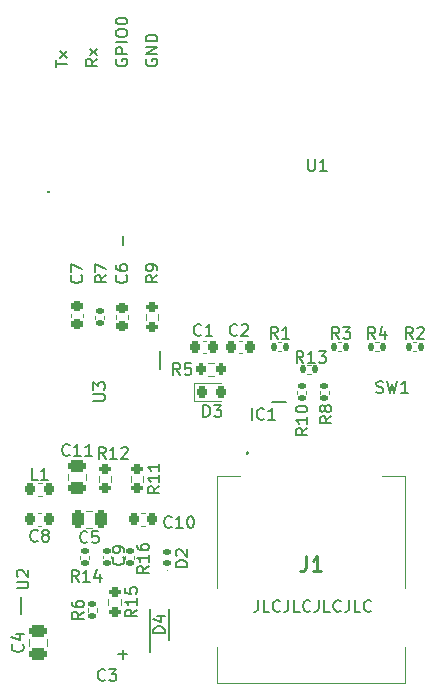
<source format=gto>
%TF.GenerationSoftware,KiCad,Pcbnew,6.0.0-d3dd2cf0fa~116~ubuntu20.04.1*%
%TF.CreationDate,2022-01-26T23:02:35+01:00*%
%TF.ProjectId,han_to_wifi_board,68616e5f-746f-45f7-9769-66695f626f61,rev?*%
%TF.SameCoordinates,Original*%
%TF.FileFunction,Legend,Top*%
%TF.FilePolarity,Positive*%
%FSLAX46Y46*%
G04 Gerber Fmt 4.6, Leading zero omitted, Abs format (unit mm)*
G04 Created by KiCad (PCBNEW 6.0.0-d3dd2cf0fa~116~ubuntu20.04.1) date 2022-01-26 23:02:35*
%MOMM*%
%LPD*%
G01*
G04 APERTURE LIST*
G04 Aperture macros list*
%AMRoundRect*
0 Rectangle with rounded corners*
0 $1 Rounding radius*
0 $2 $3 $4 $5 $6 $7 $8 $9 X,Y pos of 4 corners*
0 Add a 4 corners polygon primitive as box body*
4,1,4,$2,$3,$4,$5,$6,$7,$8,$9,$2,$3,0*
0 Add four circle primitives for the rounded corners*
1,1,$1+$1,$2,$3*
1,1,$1+$1,$4,$5*
1,1,$1+$1,$6,$7*
1,1,$1+$1,$8,$9*
0 Add four rect primitives between the rounded corners*
20,1,$1+$1,$2,$3,$4,$5,0*
20,1,$1+$1,$4,$5,$6,$7,0*
20,1,$1+$1,$6,$7,$8,$9,0*
20,1,$1+$1,$8,$9,$2,$3,0*%
G04 Aperture macros list end*
%ADD10C,0.150000*%
%ADD11C,0.254000*%
%ADD12C,0.120000*%
%ADD13C,0.100000*%
%ADD14C,0.200000*%
%ADD15RoundRect,0.140000X-0.170000X0.140000X-0.170000X-0.140000X0.170000X-0.140000X0.170000X0.140000X0*%
%ADD16RoundRect,0.225000X0.225000X0.250000X-0.225000X0.250000X-0.225000X-0.250000X0.225000X-0.250000X0*%
%ADD17RoundRect,0.250000X0.250000X0.475000X-0.250000X0.475000X-0.250000X-0.475000X0.250000X-0.475000X0*%
%ADD18RoundRect,0.250000X0.475000X-0.250000X0.475000X0.250000X-0.475000X0.250000X-0.475000X-0.250000X0*%
%ADD19RoundRect,0.250000X-0.475000X0.250000X-0.475000X-0.250000X0.475000X-0.250000X0.475000X0.250000X0*%
%ADD20RoundRect,0.147500X0.172500X-0.147500X0.172500X0.147500X-0.172500X0.147500X-0.172500X-0.147500X0*%
%ADD21RoundRect,0.218750X-0.218750X-0.256250X0.218750X-0.256250X0.218750X0.256250X-0.218750X0.256250X0*%
%ADD22RoundRect,0.135000X-0.185000X0.135000X-0.185000X-0.135000X0.185000X-0.135000X0.185000X0.135000X0*%
%ADD23RoundRect,0.135000X0.135000X0.185000X-0.135000X0.185000X-0.135000X-0.185000X0.135000X-0.185000X0*%
%ADD24RoundRect,0.135000X0.185000X-0.135000X0.185000X0.135000X-0.185000X0.135000X-0.185000X-0.135000X0*%
%ADD25RoundRect,0.135000X-0.135000X-0.185000X0.135000X-0.185000X0.135000X0.185000X-0.135000X0.185000X0*%
%ADD26RoundRect,0.200000X0.200000X0.275000X-0.200000X0.275000X-0.200000X-0.275000X0.200000X-0.275000X0*%
%ADD27RoundRect,0.200000X0.275000X-0.200000X0.275000X0.200000X-0.275000X0.200000X-0.275000X-0.200000X0*%
%ADD28RoundRect,0.200000X-0.275000X0.200000X-0.275000X-0.200000X0.275000X-0.200000X0.275000X0.200000X0*%
%ADD29R,1.270000X3.180000*%
%ADD30C,1.524000*%
%ADD31R,1.200000X0.600000*%
%ADD32R,1.450000X0.700000*%
%ADD33R,2.500000X1.000000*%
%ADD34R,1.000000X1.800000*%
%ADD35R,0.650000X1.550000*%
%ADD36RoundRect,0.225000X-0.225000X-0.250000X0.225000X-0.250000X0.225000X0.250000X-0.225000X0.250000X0*%
%ADD37RoundRect,0.225000X-0.250000X0.225000X-0.250000X-0.225000X0.250000X-0.225000X0.250000X0.225000X0*%
%ADD38RoundRect,0.225000X0.250000X-0.225000X0.250000X0.225000X-0.250000X0.225000X-0.250000X-0.225000X0*%
%ADD39R,0.300000X1.400000*%
%ADD40R,2.947000X1.753000*%
%ADD41R,0.800000X1.150000*%
%ADD42R,2.240000X3.510000*%
%ADD43R,0.760000X4.750000*%
G04 APERTURE END LIST*
D10*
X122690000Y-98200595D02*
X122642380Y-98295833D01*
X122642380Y-98438690D01*
X122690000Y-98581547D01*
X122785238Y-98676785D01*
X122880476Y-98724404D01*
X123070952Y-98772023D01*
X123213809Y-98772023D01*
X123404285Y-98724404D01*
X123499523Y-98676785D01*
X123594761Y-98581547D01*
X123642380Y-98438690D01*
X123642380Y-98343452D01*
X123594761Y-98200595D01*
X123547142Y-98152976D01*
X123213809Y-98152976D01*
X123213809Y-98343452D01*
X123642380Y-97724404D02*
X122642380Y-97724404D01*
X123642380Y-97152976D01*
X122642380Y-97152976D01*
X123642380Y-96676785D02*
X122642380Y-96676785D01*
X122642380Y-96438690D01*
X122690000Y-96295833D01*
X122785238Y-96200595D01*
X122880476Y-96152976D01*
X123070952Y-96105357D01*
X123213809Y-96105357D01*
X123404285Y-96152976D01*
X123499523Y-96200595D01*
X123594761Y-96295833D01*
X123642380Y-96438690D01*
X123642380Y-96676785D01*
X120150000Y-98200595D02*
X120102380Y-98295833D01*
X120102380Y-98438690D01*
X120150000Y-98581547D01*
X120245238Y-98676785D01*
X120340476Y-98724404D01*
X120530952Y-98772023D01*
X120673809Y-98772023D01*
X120864285Y-98724404D01*
X120959523Y-98676785D01*
X121054761Y-98581547D01*
X121102380Y-98438690D01*
X121102380Y-98343452D01*
X121054761Y-98200595D01*
X121007142Y-98152976D01*
X120673809Y-98152976D01*
X120673809Y-98343452D01*
X121102380Y-97724404D02*
X120102380Y-97724404D01*
X120102380Y-97343452D01*
X120150000Y-97248214D01*
X120197619Y-97200595D01*
X120292857Y-97152976D01*
X120435714Y-97152976D01*
X120530952Y-97200595D01*
X120578571Y-97248214D01*
X120626190Y-97343452D01*
X120626190Y-97724404D01*
X121102380Y-96724404D02*
X120102380Y-96724404D01*
X120102380Y-96057738D02*
X120102380Y-95867261D01*
X120150000Y-95772023D01*
X120245238Y-95676785D01*
X120435714Y-95629166D01*
X120769047Y-95629166D01*
X120959523Y-95676785D01*
X121054761Y-95772023D01*
X121102380Y-95867261D01*
X121102380Y-96057738D01*
X121054761Y-96152976D01*
X120959523Y-96248214D01*
X120769047Y-96295833D01*
X120435714Y-96295833D01*
X120245238Y-96248214D01*
X120150000Y-96152976D01*
X120102380Y-96057738D01*
X120102380Y-95010119D02*
X120102380Y-94914880D01*
X120150000Y-94819642D01*
X120197619Y-94772023D01*
X120292857Y-94724404D01*
X120483333Y-94676785D01*
X120721428Y-94676785D01*
X120911904Y-94724404D01*
X121007142Y-94772023D01*
X121054761Y-94819642D01*
X121102380Y-94914880D01*
X121102380Y-95010119D01*
X121054761Y-95105357D01*
X121007142Y-95152976D01*
X120911904Y-95200595D01*
X120721428Y-95248214D01*
X120483333Y-95248214D01*
X120292857Y-95200595D01*
X120197619Y-95152976D01*
X120150000Y-95105357D01*
X120102380Y-95010119D01*
X118562380Y-98152976D02*
X118086190Y-98486309D01*
X118562380Y-98724404D02*
X117562380Y-98724404D01*
X117562380Y-98343452D01*
X117610000Y-98248214D01*
X117657619Y-98200595D01*
X117752857Y-98152976D01*
X117895714Y-98152976D01*
X117990952Y-98200595D01*
X118038571Y-98248214D01*
X118086190Y-98343452D01*
X118086190Y-98724404D01*
X118562380Y-97819642D02*
X117895714Y-97295833D01*
X117895714Y-97819642D02*
X118562380Y-97295833D01*
X115022380Y-98867261D02*
X115022380Y-98295833D01*
X116022380Y-98581547D02*
X115022380Y-98581547D01*
X116022380Y-98057738D02*
X115355714Y-97533928D01*
X115355714Y-98057738D02*
X116022380Y-97533928D01*
X132159952Y-143978380D02*
X132159952Y-144692666D01*
X132112333Y-144835523D01*
X132017095Y-144930761D01*
X131874238Y-144978380D01*
X131779000Y-144978380D01*
X133112333Y-144978380D02*
X132636142Y-144978380D01*
X132636142Y-143978380D01*
X134017095Y-144883142D02*
X133969476Y-144930761D01*
X133826619Y-144978380D01*
X133731380Y-144978380D01*
X133588523Y-144930761D01*
X133493285Y-144835523D01*
X133445666Y-144740285D01*
X133398047Y-144549809D01*
X133398047Y-144406952D01*
X133445666Y-144216476D01*
X133493285Y-144121238D01*
X133588523Y-144026000D01*
X133731380Y-143978380D01*
X133826619Y-143978380D01*
X133969476Y-144026000D01*
X134017095Y-144073619D01*
X134731380Y-143978380D02*
X134731380Y-144692666D01*
X134683761Y-144835523D01*
X134588523Y-144930761D01*
X134445666Y-144978380D01*
X134350428Y-144978380D01*
X135683761Y-144978380D02*
X135207571Y-144978380D01*
X135207571Y-143978380D01*
X136588523Y-144883142D02*
X136540904Y-144930761D01*
X136398047Y-144978380D01*
X136302809Y-144978380D01*
X136159952Y-144930761D01*
X136064714Y-144835523D01*
X136017095Y-144740285D01*
X135969476Y-144549809D01*
X135969476Y-144406952D01*
X136017095Y-144216476D01*
X136064714Y-144121238D01*
X136159952Y-144026000D01*
X136302809Y-143978380D01*
X136398047Y-143978380D01*
X136540904Y-144026000D01*
X136588523Y-144073619D01*
X137302809Y-143978380D02*
X137302809Y-144692666D01*
X137255190Y-144835523D01*
X137159952Y-144930761D01*
X137017095Y-144978380D01*
X136921857Y-144978380D01*
X138255190Y-144978380D02*
X137779000Y-144978380D01*
X137779000Y-143978380D01*
X139159952Y-144883142D02*
X139112333Y-144930761D01*
X138969476Y-144978380D01*
X138874238Y-144978380D01*
X138731380Y-144930761D01*
X138636142Y-144835523D01*
X138588523Y-144740285D01*
X138540904Y-144549809D01*
X138540904Y-144406952D01*
X138588523Y-144216476D01*
X138636142Y-144121238D01*
X138731380Y-144026000D01*
X138874238Y-143978380D01*
X138969476Y-143978380D01*
X139112333Y-144026000D01*
X139159952Y-144073619D01*
X139874238Y-143978380D02*
X139874238Y-144692666D01*
X139826619Y-144835523D01*
X139731380Y-144930761D01*
X139588523Y-144978380D01*
X139493285Y-144978380D01*
X140826619Y-144978380D02*
X140350428Y-144978380D01*
X140350428Y-143978380D01*
X141731380Y-144883142D02*
X141683761Y-144930761D01*
X141540904Y-144978380D01*
X141445666Y-144978380D01*
X141302809Y-144930761D01*
X141207571Y-144835523D01*
X141159952Y-144740285D01*
X141112333Y-144549809D01*
X141112333Y-144406952D01*
X141159952Y-144216476D01*
X141207571Y-144121238D01*
X141302809Y-144026000D01*
X141445666Y-143978380D01*
X141540904Y-143978380D01*
X141683761Y-144026000D01*
X141731380Y-144073619D01*
%TO.C,C9*%
X120753142Y-140374666D02*
X120800761Y-140422285D01*
X120848380Y-140565142D01*
X120848380Y-140660380D01*
X120800761Y-140803238D01*
X120705523Y-140898476D01*
X120610285Y-140946095D01*
X120419809Y-140993714D01*
X120276952Y-140993714D01*
X120086476Y-140946095D01*
X119991238Y-140898476D01*
X119896000Y-140803238D01*
X119848380Y-140660380D01*
X119848380Y-140565142D01*
X119896000Y-140422285D01*
X119943619Y-140374666D01*
X120848380Y-139898476D02*
X120848380Y-139708000D01*
X120800761Y-139612761D01*
X120753142Y-139565142D01*
X120610285Y-139469904D01*
X120419809Y-139422285D01*
X120038857Y-139422285D01*
X119943619Y-139469904D01*
X119896000Y-139517523D01*
X119848380Y-139612761D01*
X119848380Y-139803238D01*
X119896000Y-139898476D01*
X119943619Y-139946095D01*
X120038857Y-139993714D01*
X120276952Y-139993714D01*
X120372190Y-139946095D01*
X120419809Y-139898476D01*
X120467428Y-139803238D01*
X120467428Y-139612761D01*
X120419809Y-139517523D01*
X120372190Y-139469904D01*
X120276952Y-139422285D01*
%TO.C,C8*%
X113498333Y-138947142D02*
X113450714Y-138994761D01*
X113307857Y-139042380D01*
X113212619Y-139042380D01*
X113069761Y-138994761D01*
X112974523Y-138899523D01*
X112926904Y-138804285D01*
X112879285Y-138613809D01*
X112879285Y-138470952D01*
X112926904Y-138280476D01*
X112974523Y-138185238D01*
X113069761Y-138090000D01*
X113212619Y-138042380D01*
X113307857Y-138042380D01*
X113450714Y-138090000D01*
X113498333Y-138137619D01*
X114069761Y-138470952D02*
X113974523Y-138423333D01*
X113926904Y-138375714D01*
X113879285Y-138280476D01*
X113879285Y-138232857D01*
X113926904Y-138137619D01*
X113974523Y-138090000D01*
X114069761Y-138042380D01*
X114260238Y-138042380D01*
X114355476Y-138090000D01*
X114403095Y-138137619D01*
X114450714Y-138232857D01*
X114450714Y-138280476D01*
X114403095Y-138375714D01*
X114355476Y-138423333D01*
X114260238Y-138470952D01*
X114069761Y-138470952D01*
X113974523Y-138518571D01*
X113926904Y-138566190D01*
X113879285Y-138661428D01*
X113879285Y-138851904D01*
X113926904Y-138947142D01*
X113974523Y-138994761D01*
X114069761Y-139042380D01*
X114260238Y-139042380D01*
X114355476Y-138994761D01*
X114403095Y-138947142D01*
X114450714Y-138851904D01*
X114450714Y-138661428D01*
X114403095Y-138566190D01*
X114355476Y-138518571D01*
X114260238Y-138470952D01*
%TO.C,C5*%
X117710833Y-139041142D02*
X117663214Y-139088761D01*
X117520357Y-139136380D01*
X117425119Y-139136380D01*
X117282261Y-139088761D01*
X117187023Y-138993523D01*
X117139404Y-138898285D01*
X117091785Y-138707809D01*
X117091785Y-138564952D01*
X117139404Y-138374476D01*
X117187023Y-138279238D01*
X117282261Y-138184000D01*
X117425119Y-138136380D01*
X117520357Y-138136380D01*
X117663214Y-138184000D01*
X117710833Y-138231619D01*
X118615595Y-138136380D02*
X118139404Y-138136380D01*
X118091785Y-138612571D01*
X118139404Y-138564952D01*
X118234642Y-138517333D01*
X118472738Y-138517333D01*
X118567976Y-138564952D01*
X118615595Y-138612571D01*
X118663214Y-138707809D01*
X118663214Y-138945904D01*
X118615595Y-139041142D01*
X118567976Y-139088761D01*
X118472738Y-139136380D01*
X118234642Y-139136380D01*
X118139404Y-139088761D01*
X118091785Y-139041142D01*
%TO.C,C4*%
X112215142Y-147740666D02*
X112262761Y-147788285D01*
X112310380Y-147931142D01*
X112310380Y-148026380D01*
X112262761Y-148169238D01*
X112167523Y-148264476D01*
X112072285Y-148312095D01*
X111881809Y-148359714D01*
X111738952Y-148359714D01*
X111548476Y-148312095D01*
X111453238Y-148264476D01*
X111358000Y-148169238D01*
X111310380Y-148026380D01*
X111310380Y-147931142D01*
X111358000Y-147788285D01*
X111405619Y-147740666D01*
X111643714Y-146883523D02*
X112310380Y-146883523D01*
X111262761Y-147121619D02*
X111977047Y-147359714D01*
X111977047Y-146740666D01*
%TO.C,C11*%
X116197142Y-131675142D02*
X116149523Y-131722761D01*
X116006666Y-131770380D01*
X115911428Y-131770380D01*
X115768571Y-131722761D01*
X115673333Y-131627523D01*
X115625714Y-131532285D01*
X115578095Y-131341809D01*
X115578095Y-131198952D01*
X115625714Y-131008476D01*
X115673333Y-130913238D01*
X115768571Y-130818000D01*
X115911428Y-130770380D01*
X116006666Y-130770380D01*
X116149523Y-130818000D01*
X116197142Y-130865619D01*
X117149523Y-131770380D02*
X116578095Y-131770380D01*
X116863809Y-131770380D02*
X116863809Y-130770380D01*
X116768571Y-130913238D01*
X116673333Y-131008476D01*
X116578095Y-131056095D01*
X118101904Y-131770380D02*
X117530476Y-131770380D01*
X117816190Y-131770380D02*
X117816190Y-130770380D01*
X117720952Y-130913238D01*
X117625714Y-131008476D01*
X117530476Y-131056095D01*
%TO.C,D2*%
X126182380Y-141200095D02*
X125182380Y-141200095D01*
X125182380Y-140962000D01*
X125230000Y-140819142D01*
X125325238Y-140723904D01*
X125420476Y-140676285D01*
X125610952Y-140628666D01*
X125753809Y-140628666D01*
X125944285Y-140676285D01*
X126039523Y-140723904D01*
X126134761Y-140819142D01*
X126182380Y-140962000D01*
X126182380Y-141200095D01*
X125277619Y-140247714D02*
X125230000Y-140200095D01*
X125182380Y-140104857D01*
X125182380Y-139866761D01*
X125230000Y-139771523D01*
X125277619Y-139723904D01*
X125372857Y-139676285D01*
X125468095Y-139676285D01*
X125610952Y-139723904D01*
X126182380Y-140295333D01*
X126182380Y-139676285D01*
%TO.C,D3*%
X127531904Y-128468380D02*
X127531904Y-127468380D01*
X127770000Y-127468380D01*
X127912857Y-127516000D01*
X128008095Y-127611238D01*
X128055714Y-127706476D01*
X128103333Y-127896952D01*
X128103333Y-128039809D01*
X128055714Y-128230285D01*
X128008095Y-128325523D01*
X127912857Y-128420761D01*
X127770000Y-128468380D01*
X127531904Y-128468380D01*
X128436666Y-127468380D02*
X129055714Y-127468380D01*
X128722380Y-127849333D01*
X128865238Y-127849333D01*
X128960476Y-127896952D01*
X129008095Y-127944571D01*
X129055714Y-128039809D01*
X129055714Y-128277904D01*
X129008095Y-128373142D01*
X128960476Y-128420761D01*
X128865238Y-128468380D01*
X128579523Y-128468380D01*
X128484285Y-128420761D01*
X128436666Y-128373142D01*
%TO.C,R16*%
X122907380Y-141104857D02*
X122431190Y-141438190D01*
X122907380Y-141676285D02*
X121907380Y-141676285D01*
X121907380Y-141295333D01*
X121955000Y-141200095D01*
X122002619Y-141152476D01*
X122097857Y-141104857D01*
X122240714Y-141104857D01*
X122335952Y-141152476D01*
X122383571Y-141200095D01*
X122431190Y-141295333D01*
X122431190Y-141676285D01*
X122907380Y-140152476D02*
X122907380Y-140723904D01*
X122907380Y-140438190D02*
X121907380Y-140438190D01*
X122050238Y-140533428D01*
X122145476Y-140628666D01*
X122193095Y-140723904D01*
X121907380Y-139295333D02*
X121907380Y-139485809D01*
X121955000Y-139581047D01*
X122002619Y-139628666D01*
X122145476Y-139723904D01*
X122335952Y-139771523D01*
X122716904Y-139771523D01*
X122812142Y-139723904D01*
X122859761Y-139676285D01*
X122907380Y-139581047D01*
X122907380Y-139390571D01*
X122859761Y-139295333D01*
X122812142Y-139247714D01*
X122716904Y-139200095D01*
X122478809Y-139200095D01*
X122383571Y-139247714D01*
X122335952Y-139295333D01*
X122288333Y-139390571D01*
X122288333Y-139581047D01*
X122335952Y-139676285D01*
X122383571Y-139723904D01*
X122478809Y-139771523D01*
%TO.C,R14*%
X116959142Y-142438380D02*
X116625809Y-141962190D01*
X116387714Y-142438380D02*
X116387714Y-141438380D01*
X116768666Y-141438380D01*
X116863904Y-141486000D01*
X116911523Y-141533619D01*
X116959142Y-141628857D01*
X116959142Y-141771714D01*
X116911523Y-141866952D01*
X116863904Y-141914571D01*
X116768666Y-141962190D01*
X116387714Y-141962190D01*
X117911523Y-142438380D02*
X117340095Y-142438380D01*
X117625809Y-142438380D02*
X117625809Y-141438380D01*
X117530571Y-141581238D01*
X117435333Y-141676476D01*
X117340095Y-141724095D01*
X118768666Y-141771714D02*
X118768666Y-142438380D01*
X118530571Y-141390761D02*
X118292476Y-142105047D01*
X118911523Y-142105047D01*
%TO.C,R13*%
X135998283Y-123896380D02*
X135664950Y-123420190D01*
X135426855Y-123896380D02*
X135426855Y-122896380D01*
X135807807Y-122896380D01*
X135903045Y-122944000D01*
X135950664Y-122991619D01*
X135998283Y-123086857D01*
X135998283Y-123229714D01*
X135950664Y-123324952D01*
X135903045Y-123372571D01*
X135807807Y-123420190D01*
X135426855Y-123420190D01*
X136950664Y-123896380D02*
X136379236Y-123896380D01*
X136664950Y-123896380D02*
X136664950Y-122896380D01*
X136569712Y-123039238D01*
X136474474Y-123134476D01*
X136379236Y-123182095D01*
X137283998Y-122896380D02*
X137903045Y-122896380D01*
X137569712Y-123277333D01*
X137712569Y-123277333D01*
X137807807Y-123324952D01*
X137855426Y-123372571D01*
X137903045Y-123467809D01*
X137903045Y-123705904D01*
X137855426Y-123801142D01*
X137807807Y-123848761D01*
X137712569Y-123896380D01*
X137426855Y-123896380D01*
X137331617Y-123848761D01*
X137283998Y-123801142D01*
%TO.C,R10*%
X136342380Y-129420857D02*
X135866190Y-129754190D01*
X136342380Y-129992285D02*
X135342380Y-129992285D01*
X135342380Y-129611333D01*
X135390000Y-129516095D01*
X135437619Y-129468476D01*
X135532857Y-129420857D01*
X135675714Y-129420857D01*
X135770952Y-129468476D01*
X135818571Y-129516095D01*
X135866190Y-129611333D01*
X135866190Y-129992285D01*
X136342380Y-128468476D02*
X136342380Y-129039904D01*
X136342380Y-128754190D02*
X135342380Y-128754190D01*
X135485238Y-128849428D01*
X135580476Y-128944666D01*
X135628095Y-129039904D01*
X135342380Y-127849428D02*
X135342380Y-127754190D01*
X135390000Y-127658952D01*
X135437619Y-127611333D01*
X135532857Y-127563714D01*
X135723333Y-127516095D01*
X135961428Y-127516095D01*
X136151904Y-127563714D01*
X136247142Y-127611333D01*
X136294761Y-127658952D01*
X136342380Y-127754190D01*
X136342380Y-127849428D01*
X136294761Y-127944666D01*
X136247142Y-127992285D01*
X136151904Y-128039904D01*
X135961428Y-128087523D01*
X135723333Y-128087523D01*
X135532857Y-128039904D01*
X135437619Y-127992285D01*
X135390000Y-127944666D01*
X135342380Y-127849428D01*
%TO.C,R7*%
X119324380Y-116498666D02*
X118848190Y-116832000D01*
X119324380Y-117070095D02*
X118324380Y-117070095D01*
X118324380Y-116689142D01*
X118372000Y-116593904D01*
X118419619Y-116546285D01*
X118514857Y-116498666D01*
X118657714Y-116498666D01*
X118752952Y-116546285D01*
X118800571Y-116593904D01*
X118848190Y-116689142D01*
X118848190Y-117070095D01*
X118324380Y-116165333D02*
X118324380Y-115498666D01*
X119324380Y-115927238D01*
%TO.C,R6*%
X117392380Y-144984166D02*
X116916190Y-145317500D01*
X117392380Y-145555595D02*
X116392380Y-145555595D01*
X116392380Y-145174642D01*
X116440000Y-145079404D01*
X116487619Y-145031785D01*
X116582857Y-144984166D01*
X116725714Y-144984166D01*
X116820952Y-145031785D01*
X116868571Y-145079404D01*
X116916190Y-145174642D01*
X116916190Y-145555595D01*
X116392380Y-144127023D02*
X116392380Y-144317500D01*
X116440000Y-144412738D01*
X116487619Y-144460357D01*
X116630476Y-144555595D01*
X116820952Y-144603214D01*
X117201904Y-144603214D01*
X117297142Y-144555595D01*
X117344761Y-144507976D01*
X117392380Y-144412738D01*
X117392380Y-144222261D01*
X117344761Y-144127023D01*
X117297142Y-144079404D01*
X117201904Y-144031785D01*
X116963809Y-144031785D01*
X116868571Y-144079404D01*
X116820952Y-144127023D01*
X116773333Y-144222261D01*
X116773333Y-144412738D01*
X116820952Y-144507976D01*
X116868571Y-144555595D01*
X116963809Y-144603214D01*
%TO.C,R4*%
X142073333Y-121864380D02*
X141740000Y-121388190D01*
X141501904Y-121864380D02*
X141501904Y-120864380D01*
X141882857Y-120864380D01*
X141978095Y-120912000D01*
X142025714Y-120959619D01*
X142073333Y-121054857D01*
X142073333Y-121197714D01*
X142025714Y-121292952D01*
X141978095Y-121340571D01*
X141882857Y-121388190D01*
X141501904Y-121388190D01*
X142930476Y-121197714D02*
X142930476Y-121864380D01*
X142692380Y-120816761D02*
X142454285Y-121531047D01*
X143073333Y-121531047D01*
%TO.C,R1*%
X133818333Y-121837380D02*
X133485000Y-121361190D01*
X133246904Y-121837380D02*
X133246904Y-120837380D01*
X133627857Y-120837380D01*
X133723095Y-120885000D01*
X133770714Y-120932619D01*
X133818333Y-121027857D01*
X133818333Y-121170714D01*
X133770714Y-121265952D01*
X133723095Y-121313571D01*
X133627857Y-121361190D01*
X133246904Y-121361190D01*
X134770714Y-121837380D02*
X134199285Y-121837380D01*
X134485000Y-121837380D02*
X134485000Y-120837380D01*
X134389761Y-120980238D01*
X134294523Y-121075476D01*
X134199285Y-121123095D01*
%TO.C,R2*%
X145248333Y-121864380D02*
X144915000Y-121388190D01*
X144676904Y-121864380D02*
X144676904Y-120864380D01*
X145057857Y-120864380D01*
X145153095Y-120912000D01*
X145200714Y-120959619D01*
X145248333Y-121054857D01*
X145248333Y-121197714D01*
X145200714Y-121292952D01*
X145153095Y-121340571D01*
X145057857Y-121388190D01*
X144676904Y-121388190D01*
X145629285Y-120959619D02*
X145676904Y-120912000D01*
X145772142Y-120864380D01*
X146010238Y-120864380D01*
X146105476Y-120912000D01*
X146153095Y-120959619D01*
X146200714Y-121054857D01*
X146200714Y-121150095D01*
X146153095Y-121292952D01*
X145581666Y-121864380D01*
X146200714Y-121864380D01*
%TO.C,R3*%
X139025333Y-121864380D02*
X138692000Y-121388190D01*
X138453904Y-121864380D02*
X138453904Y-120864380D01*
X138834857Y-120864380D01*
X138930095Y-120912000D01*
X138977714Y-120959619D01*
X139025333Y-121054857D01*
X139025333Y-121197714D01*
X138977714Y-121292952D01*
X138930095Y-121340571D01*
X138834857Y-121388190D01*
X138453904Y-121388190D01*
X139358666Y-120864380D02*
X139977714Y-120864380D01*
X139644380Y-121245333D01*
X139787238Y-121245333D01*
X139882476Y-121292952D01*
X139930095Y-121340571D01*
X139977714Y-121435809D01*
X139977714Y-121673904D01*
X139930095Y-121769142D01*
X139882476Y-121816761D01*
X139787238Y-121864380D01*
X139501523Y-121864380D01*
X139406285Y-121816761D01*
X139358666Y-121769142D01*
%TO.C,R8*%
X138374380Y-128436666D02*
X137898190Y-128770000D01*
X138374380Y-129008095D02*
X137374380Y-129008095D01*
X137374380Y-128627142D01*
X137422000Y-128531904D01*
X137469619Y-128484285D01*
X137564857Y-128436666D01*
X137707714Y-128436666D01*
X137802952Y-128484285D01*
X137850571Y-128531904D01*
X137898190Y-128627142D01*
X137898190Y-129008095D01*
X137802952Y-127865238D02*
X137755333Y-127960476D01*
X137707714Y-128008095D01*
X137612476Y-128055714D01*
X137564857Y-128055714D01*
X137469619Y-128008095D01*
X137422000Y-127960476D01*
X137374380Y-127865238D01*
X137374380Y-127674761D01*
X137422000Y-127579523D01*
X137469619Y-127531904D01*
X137564857Y-127484285D01*
X137612476Y-127484285D01*
X137707714Y-127531904D01*
X137755333Y-127579523D01*
X137802952Y-127674761D01*
X137802952Y-127865238D01*
X137850571Y-127960476D01*
X137898190Y-128008095D01*
X137993428Y-128055714D01*
X138183904Y-128055714D01*
X138279142Y-128008095D01*
X138326761Y-127960476D01*
X138374380Y-127865238D01*
X138374380Y-127674761D01*
X138326761Y-127579523D01*
X138279142Y-127531904D01*
X138183904Y-127484285D01*
X137993428Y-127484285D01*
X137898190Y-127531904D01*
X137850571Y-127579523D01*
X137802952Y-127674761D01*
%TO.C,R5*%
X125563333Y-124912380D02*
X125230000Y-124436190D01*
X124991904Y-124912380D02*
X124991904Y-123912380D01*
X125372857Y-123912380D01*
X125468095Y-123960000D01*
X125515714Y-124007619D01*
X125563333Y-124102857D01*
X125563333Y-124245714D01*
X125515714Y-124340952D01*
X125468095Y-124388571D01*
X125372857Y-124436190D01*
X124991904Y-124436190D01*
X126468095Y-123912380D02*
X125991904Y-123912380D01*
X125944285Y-124388571D01*
X125991904Y-124340952D01*
X126087142Y-124293333D01*
X126325238Y-124293333D01*
X126420476Y-124340952D01*
X126468095Y-124388571D01*
X126515714Y-124483809D01*
X126515714Y-124721904D01*
X126468095Y-124817142D01*
X126420476Y-124864761D01*
X126325238Y-124912380D01*
X126087142Y-124912380D01*
X125991904Y-124864761D01*
X125944285Y-124817142D01*
%TO.C,R9*%
X123642380Y-116498666D02*
X123166190Y-116832000D01*
X123642380Y-117070095D02*
X122642380Y-117070095D01*
X122642380Y-116689142D01*
X122690000Y-116593904D01*
X122737619Y-116546285D01*
X122832857Y-116498666D01*
X122975714Y-116498666D01*
X123070952Y-116546285D01*
X123118571Y-116593904D01*
X123166190Y-116689142D01*
X123166190Y-117070095D01*
X123642380Y-116022476D02*
X123642380Y-115832000D01*
X123594761Y-115736761D01*
X123547142Y-115689142D01*
X123404285Y-115593904D01*
X123213809Y-115546285D01*
X122832857Y-115546285D01*
X122737619Y-115593904D01*
X122690000Y-115641523D01*
X122642380Y-115736761D01*
X122642380Y-115927238D01*
X122690000Y-116022476D01*
X122737619Y-116070095D01*
X122832857Y-116117714D01*
X123070952Y-116117714D01*
X123166190Y-116070095D01*
X123213809Y-116022476D01*
X123261428Y-115927238D01*
X123261428Y-115736761D01*
X123213809Y-115641523D01*
X123166190Y-115593904D01*
X123070952Y-115546285D01*
%TO.C,R11*%
X123802380Y-134350357D02*
X123326190Y-134683690D01*
X123802380Y-134921785D02*
X122802380Y-134921785D01*
X122802380Y-134540833D01*
X122850000Y-134445595D01*
X122897619Y-134397976D01*
X122992857Y-134350357D01*
X123135714Y-134350357D01*
X123230952Y-134397976D01*
X123278571Y-134445595D01*
X123326190Y-134540833D01*
X123326190Y-134921785D01*
X123802380Y-133397976D02*
X123802380Y-133969404D01*
X123802380Y-133683690D02*
X122802380Y-133683690D01*
X122945238Y-133778928D01*
X123040476Y-133874166D01*
X123088095Y-133969404D01*
X123802380Y-132445595D02*
X123802380Y-133017023D01*
X123802380Y-132731309D02*
X122802380Y-132731309D01*
X122945238Y-132826547D01*
X123040476Y-132921785D01*
X123088095Y-133017023D01*
%TO.C,R12*%
X119245142Y-132024380D02*
X118911809Y-131548190D01*
X118673714Y-132024380D02*
X118673714Y-131024380D01*
X119054666Y-131024380D01*
X119149904Y-131072000D01*
X119197523Y-131119619D01*
X119245142Y-131214857D01*
X119245142Y-131357714D01*
X119197523Y-131452952D01*
X119149904Y-131500571D01*
X119054666Y-131548190D01*
X118673714Y-131548190D01*
X120197523Y-132024380D02*
X119626095Y-132024380D01*
X119911809Y-132024380D02*
X119911809Y-131024380D01*
X119816571Y-131167238D01*
X119721333Y-131262476D01*
X119626095Y-131310095D01*
X120578476Y-131119619D02*
X120626095Y-131072000D01*
X120721333Y-131024380D01*
X120959428Y-131024380D01*
X121054666Y-131072000D01*
X121102285Y-131119619D01*
X121149904Y-131214857D01*
X121149904Y-131310095D01*
X121102285Y-131452952D01*
X120530857Y-132024380D01*
X121149904Y-132024380D01*
%TO.C,R15*%
X121897380Y-144787857D02*
X121421190Y-145121190D01*
X121897380Y-145359285D02*
X120897380Y-145359285D01*
X120897380Y-144978333D01*
X120945000Y-144883095D01*
X120992619Y-144835476D01*
X121087857Y-144787857D01*
X121230714Y-144787857D01*
X121325952Y-144835476D01*
X121373571Y-144883095D01*
X121421190Y-144978333D01*
X121421190Y-145359285D01*
X121897380Y-143835476D02*
X121897380Y-144406904D01*
X121897380Y-144121190D02*
X120897380Y-144121190D01*
X121040238Y-144216428D01*
X121135476Y-144311666D01*
X121183095Y-144406904D01*
X120897380Y-142930714D02*
X120897380Y-143406904D01*
X121373571Y-143454523D01*
X121325952Y-143406904D01*
X121278333Y-143311666D01*
X121278333Y-143073571D01*
X121325952Y-142978333D01*
X121373571Y-142930714D01*
X121468809Y-142883095D01*
X121706904Y-142883095D01*
X121802142Y-142930714D01*
X121849761Y-142978333D01*
X121897380Y-143073571D01*
X121897380Y-143311666D01*
X121849761Y-143406904D01*
X121802142Y-143454523D01*
%TO.C,C3*%
X119213333Y-150725142D02*
X119165714Y-150772761D01*
X119022857Y-150820380D01*
X118927619Y-150820380D01*
X118784761Y-150772761D01*
X118689523Y-150677523D01*
X118641904Y-150582285D01*
X118594285Y-150391809D01*
X118594285Y-150248952D01*
X118641904Y-150058476D01*
X118689523Y-149963238D01*
X118784761Y-149868000D01*
X118927619Y-149820380D01*
X119022857Y-149820380D01*
X119165714Y-149868000D01*
X119213333Y-149915619D01*
X119546666Y-149820380D02*
X120165714Y-149820380D01*
X119832380Y-150201333D01*
X119975238Y-150201333D01*
X120070476Y-150248952D01*
X120118095Y-150296571D01*
X120165714Y-150391809D01*
X120165714Y-150629904D01*
X120118095Y-150725142D01*
X120070476Y-150772761D01*
X119975238Y-150820380D01*
X119689523Y-150820380D01*
X119594285Y-150772761D01*
X119546666Y-150725142D01*
X120721428Y-148970952D02*
X120721428Y-148209047D01*
X121102380Y-148590000D02*
X120340476Y-148590000D01*
X120721428Y-113918952D02*
X120721428Y-113157047D01*
%TO.C,IC1*%
X131611809Y-128722380D02*
X131611809Y-127722380D01*
X132659428Y-128627142D02*
X132611809Y-128674761D01*
X132468952Y-128722380D01*
X132373714Y-128722380D01*
X132230857Y-128674761D01*
X132135619Y-128579523D01*
X132088000Y-128484285D01*
X132040380Y-128293809D01*
X132040380Y-128150952D01*
X132088000Y-127960476D01*
X132135619Y-127865238D01*
X132230857Y-127770000D01*
X132373714Y-127722380D01*
X132468952Y-127722380D01*
X132611809Y-127770000D01*
X132659428Y-127817619D01*
X133611809Y-128722380D02*
X133040380Y-128722380D01*
X133326095Y-128722380D02*
X133326095Y-127722380D01*
X133230857Y-127865238D01*
X133135619Y-127960476D01*
X133040380Y-128008095D01*
%TO.C,SW1*%
X142176666Y-126388761D02*
X142319523Y-126436380D01*
X142557619Y-126436380D01*
X142652857Y-126388761D01*
X142700476Y-126341142D01*
X142748095Y-126245904D01*
X142748095Y-126150666D01*
X142700476Y-126055428D01*
X142652857Y-126007809D01*
X142557619Y-125960190D01*
X142367142Y-125912571D01*
X142271904Y-125864952D01*
X142224285Y-125817333D01*
X142176666Y-125722095D01*
X142176666Y-125626857D01*
X142224285Y-125531619D01*
X142271904Y-125484000D01*
X142367142Y-125436380D01*
X142605238Y-125436380D01*
X142748095Y-125484000D01*
X143081428Y-125436380D02*
X143319523Y-126436380D01*
X143510000Y-125722095D01*
X143700476Y-126436380D01*
X143938571Y-125436380D01*
X144843333Y-126436380D02*
X144271904Y-126436380D01*
X144557619Y-126436380D02*
X144557619Y-125436380D01*
X144462380Y-125579238D01*
X144367142Y-125674476D01*
X144271904Y-125722095D01*
%TO.C,U1*%
X136398095Y-106640380D02*
X136398095Y-107449904D01*
X136445714Y-107545142D01*
X136493333Y-107592761D01*
X136588571Y-107640380D01*
X136779047Y-107640380D01*
X136874285Y-107592761D01*
X136921904Y-107545142D01*
X136969523Y-107449904D01*
X136969523Y-106640380D01*
X137969523Y-107640380D02*
X137398095Y-107640380D01*
X137683809Y-107640380D02*
X137683809Y-106640380D01*
X137588571Y-106783238D01*
X137493333Y-106878476D01*
X137398095Y-106926095D01*
%TO.C,U3*%
X118197380Y-127126904D02*
X119006904Y-127126904D01*
X119102142Y-127079285D01*
X119149761Y-127031666D01*
X119197380Y-126936428D01*
X119197380Y-126745952D01*
X119149761Y-126650714D01*
X119102142Y-126603095D01*
X119006904Y-126555476D01*
X118197380Y-126555476D01*
X118197380Y-126174523D02*
X118197380Y-125555476D01*
X118578333Y-125888809D01*
X118578333Y-125745952D01*
X118625952Y-125650714D01*
X118673571Y-125603095D01*
X118768809Y-125555476D01*
X119006904Y-125555476D01*
X119102142Y-125603095D01*
X119149761Y-125650714D01*
X119197380Y-125745952D01*
X119197380Y-126031666D01*
X119149761Y-126126904D01*
X119102142Y-126174523D01*
%TO.C,C10*%
X124833142Y-137771142D02*
X124785523Y-137818761D01*
X124642666Y-137866380D01*
X124547428Y-137866380D01*
X124404571Y-137818761D01*
X124309333Y-137723523D01*
X124261714Y-137628285D01*
X124214095Y-137437809D01*
X124214095Y-137294952D01*
X124261714Y-137104476D01*
X124309333Y-137009238D01*
X124404571Y-136914000D01*
X124547428Y-136866380D01*
X124642666Y-136866380D01*
X124785523Y-136914000D01*
X124833142Y-136961619D01*
X125785523Y-137866380D02*
X125214095Y-137866380D01*
X125499809Y-137866380D02*
X125499809Y-136866380D01*
X125404571Y-137009238D01*
X125309333Y-137104476D01*
X125214095Y-137152095D01*
X126404571Y-136866380D02*
X126499809Y-136866380D01*
X126595047Y-136914000D01*
X126642666Y-136961619D01*
X126690285Y-137056857D01*
X126737904Y-137247333D01*
X126737904Y-137485428D01*
X126690285Y-137675904D01*
X126642666Y-137771142D01*
X126595047Y-137818761D01*
X126499809Y-137866380D01*
X126404571Y-137866380D01*
X126309333Y-137818761D01*
X126261714Y-137771142D01*
X126214095Y-137675904D01*
X126166476Y-137485428D01*
X126166476Y-137247333D01*
X126214095Y-137056857D01*
X126261714Y-136961619D01*
X126309333Y-136914000D01*
X126404571Y-136866380D01*
%TO.C,C7*%
X117197142Y-116498666D02*
X117244761Y-116546285D01*
X117292380Y-116689142D01*
X117292380Y-116784380D01*
X117244761Y-116927238D01*
X117149523Y-117022476D01*
X117054285Y-117070095D01*
X116863809Y-117117714D01*
X116720952Y-117117714D01*
X116530476Y-117070095D01*
X116435238Y-117022476D01*
X116340000Y-116927238D01*
X116292380Y-116784380D01*
X116292380Y-116689142D01*
X116340000Y-116546285D01*
X116387619Y-116498666D01*
X116292380Y-116165333D02*
X116292380Y-115498666D01*
X117292380Y-115927238D01*
%TO.C,C6*%
X121007142Y-116498666D02*
X121054761Y-116546285D01*
X121102380Y-116689142D01*
X121102380Y-116784380D01*
X121054761Y-116927238D01*
X120959523Y-117022476D01*
X120864285Y-117070095D01*
X120673809Y-117117714D01*
X120530952Y-117117714D01*
X120340476Y-117070095D01*
X120245238Y-117022476D01*
X120150000Y-116927238D01*
X120102380Y-116784380D01*
X120102380Y-116689142D01*
X120150000Y-116546285D01*
X120197619Y-116498666D01*
X120102380Y-115641523D02*
X120102380Y-115832000D01*
X120150000Y-115927238D01*
X120197619Y-115974857D01*
X120340476Y-116070095D01*
X120530952Y-116117714D01*
X120911904Y-116117714D01*
X121007142Y-116070095D01*
X121054761Y-116022476D01*
X121102380Y-115927238D01*
X121102380Y-115736761D01*
X121054761Y-115641523D01*
X121007142Y-115593904D01*
X120911904Y-115546285D01*
X120673809Y-115546285D01*
X120578571Y-115593904D01*
X120530952Y-115641523D01*
X120483333Y-115736761D01*
X120483333Y-115927238D01*
X120530952Y-116022476D01*
X120578571Y-116070095D01*
X120673809Y-116117714D01*
%TO.C,C2*%
X130389333Y-121515142D02*
X130341714Y-121562761D01*
X130198857Y-121610380D01*
X130103619Y-121610380D01*
X129960761Y-121562761D01*
X129865523Y-121467523D01*
X129817904Y-121372285D01*
X129770285Y-121181809D01*
X129770285Y-121038952D01*
X129817904Y-120848476D01*
X129865523Y-120753238D01*
X129960761Y-120658000D01*
X130103619Y-120610380D01*
X130198857Y-120610380D01*
X130341714Y-120658000D01*
X130389333Y-120705619D01*
X130770285Y-120705619D02*
X130817904Y-120658000D01*
X130913142Y-120610380D01*
X131151238Y-120610380D01*
X131246476Y-120658000D01*
X131294095Y-120705619D01*
X131341714Y-120800857D01*
X131341714Y-120896095D01*
X131294095Y-121038952D01*
X130722666Y-121610380D01*
X131341714Y-121610380D01*
%TO.C,C1*%
X127341333Y-121515142D02*
X127293714Y-121562761D01*
X127150857Y-121610380D01*
X127055619Y-121610380D01*
X126912761Y-121562761D01*
X126817523Y-121467523D01*
X126769904Y-121372285D01*
X126722285Y-121181809D01*
X126722285Y-121038952D01*
X126769904Y-120848476D01*
X126817523Y-120753238D01*
X126912761Y-120658000D01*
X127055619Y-120610380D01*
X127150857Y-120610380D01*
X127293714Y-120658000D01*
X127341333Y-120705619D01*
X128293714Y-121610380D02*
X127722285Y-121610380D01*
X128008000Y-121610380D02*
X128008000Y-120610380D01*
X127912761Y-120753238D01*
X127817523Y-120848476D01*
X127722285Y-120896095D01*
%TO.C,L1*%
X113498333Y-133802380D02*
X113022142Y-133802380D01*
X113022142Y-132802380D01*
X114355476Y-133802380D02*
X113784047Y-133802380D01*
X114069761Y-133802380D02*
X114069761Y-132802380D01*
X113974523Y-132945238D01*
X113879285Y-133040476D01*
X113784047Y-133088095D01*
%TO.C,U2*%
X111720380Y-143001904D02*
X112529904Y-143001904D01*
X112625142Y-142954285D01*
X112672761Y-142906666D01*
X112720380Y-142811428D01*
X112720380Y-142620952D01*
X112672761Y-142525714D01*
X112625142Y-142478095D01*
X112529904Y-142430476D01*
X111720380Y-142430476D01*
X111815619Y-142001904D02*
X111768000Y-141954285D01*
X111720380Y-141859047D01*
X111720380Y-141620952D01*
X111768000Y-141525714D01*
X111815619Y-141478095D01*
X111910857Y-141430476D01*
X112006095Y-141430476D01*
X112148952Y-141478095D01*
X112720380Y-142049523D01*
X112720380Y-141430476D01*
%TO.C,D4*%
X124277380Y-146788095D02*
X123277380Y-146788095D01*
X123277380Y-146550000D01*
X123325000Y-146407142D01*
X123420238Y-146311904D01*
X123515476Y-146264285D01*
X123705952Y-146216666D01*
X123848809Y-146216666D01*
X124039285Y-146264285D01*
X124134523Y-146311904D01*
X124229761Y-146407142D01*
X124277380Y-146550000D01*
X124277380Y-146788095D01*
X123610714Y-145359523D02*
X124277380Y-145359523D01*
X123229761Y-145597619D02*
X123944047Y-145835714D01*
X123944047Y-145216666D01*
D11*
%TO.C,J1*%
X136228666Y-140274523D02*
X136228666Y-141181666D01*
X136168190Y-141363095D01*
X136047238Y-141484047D01*
X135865809Y-141544523D01*
X135744857Y-141544523D01*
X137498666Y-141544523D02*
X136772952Y-141544523D01*
X137135809Y-141544523D02*
X137135809Y-140274523D01*
X137014857Y-140455952D01*
X136893904Y-140576904D01*
X136772952Y-140637380D01*
D12*
%TO.C,C9*%
X119740000Y-140227164D02*
X119740000Y-140442836D01*
X119020000Y-140227164D02*
X119020000Y-140442836D01*
%TO.C,C8*%
X113805580Y-137670000D02*
X113524420Y-137670000D01*
X113805580Y-136650000D02*
X113524420Y-136650000D01*
%TO.C,C5*%
X118138752Y-137895000D02*
X117616248Y-137895000D01*
X118138752Y-136425000D02*
X117616248Y-136425000D01*
%TO.C,C4*%
X112803000Y-147835252D02*
X112803000Y-147312748D01*
X114273000Y-147835252D02*
X114273000Y-147312748D01*
%TO.C,C11*%
X117575000Y-133321248D02*
X117575000Y-133843752D01*
X116105000Y-133321248D02*
X116105000Y-133843752D01*
D13*
%TO.C,D2*%
X124510000Y-141487500D02*
G75*
G03*
X124510000Y-141487500I-50000J0D01*
G01*
D12*
%TO.C,D3*%
X129032500Y-125630000D02*
X126747500Y-125630000D01*
X126747500Y-125630000D02*
X126747500Y-127100000D01*
X126747500Y-127100000D02*
X129032500Y-127100000D01*
%TO.C,R16*%
X121665000Y-140218859D02*
X121665000Y-140526141D01*
X120905000Y-140218859D02*
X120905000Y-140526141D01*
%TO.C,R14*%
X117855000Y-140218859D02*
X117855000Y-140526141D01*
X117095000Y-140218859D02*
X117095000Y-140526141D01*
%TO.C,R13*%
X136641141Y-124840000D02*
X136333859Y-124840000D01*
X136641141Y-124080000D02*
X136333859Y-124080000D01*
%TO.C,R10*%
X136232500Y-126248859D02*
X136232500Y-126556141D01*
X135472500Y-126248859D02*
X135472500Y-126556141D01*
%TO.C,R7*%
X118365000Y-120206141D02*
X118365000Y-119898859D01*
X119125000Y-120206141D02*
X119125000Y-119898859D01*
%TO.C,R6*%
X117730000Y-144971141D02*
X117730000Y-144663859D01*
X118490000Y-144971141D02*
X118490000Y-144663859D01*
%TO.C,R4*%
X142393641Y-122935000D02*
X142086359Y-122935000D01*
X142393641Y-122175000D02*
X142086359Y-122175000D01*
%TO.C,R1*%
X133831359Y-122175000D02*
X134138641Y-122175000D01*
X133831359Y-122935000D02*
X134138641Y-122935000D01*
%TO.C,R2*%
X145568641Y-122935000D02*
X145261359Y-122935000D01*
X145568641Y-122175000D02*
X145261359Y-122175000D01*
%TO.C,R3*%
X139218641Y-122935000D02*
X138911359Y-122935000D01*
X139218641Y-122175000D02*
X138911359Y-122175000D01*
%TO.C,R8*%
X138137500Y-126248859D02*
X138137500Y-126556141D01*
X137377500Y-126248859D02*
X137377500Y-126556141D01*
%TO.C,R5*%
X128432258Y-124982500D02*
X127957742Y-124982500D01*
X128432258Y-123937500D02*
X127957742Y-123937500D01*
%TO.C,R9*%
X122667500Y-120252258D02*
X122667500Y-119777742D01*
X123712500Y-120252258D02*
X123712500Y-119777742D01*
%TO.C,R11*%
X122442500Y-133470242D02*
X122442500Y-133944758D01*
X121397500Y-133470242D02*
X121397500Y-133944758D01*
%TO.C,R12*%
X119707500Y-133470242D02*
X119707500Y-133944758D01*
X118662500Y-133470242D02*
X118662500Y-133944758D01*
%TO.C,R15*%
X120537500Y-143907742D02*
X120537500Y-144382258D01*
X119492500Y-143907742D02*
X119492500Y-144382258D01*
D14*
%TO.C,J2*%
X114380000Y-109423000D02*
G75*
G03*
X114480000Y-109423000I50000J0D01*
G01*
X114480000Y-109423000D02*
G75*
G03*
X114380000Y-109423000I-50000J0D01*
G01*
X114380000Y-109423000D02*
G75*
G03*
X114480000Y-109423000I50000J0D01*
G01*
X114480000Y-109423000D02*
X114480000Y-109423000D01*
X114380000Y-109423000D02*
X114380000Y-109423000D01*
X114380000Y-109423000D02*
X114380000Y-109423000D01*
%TO.C,IC1*%
X134527500Y-127230000D02*
X133327500Y-127230000D01*
%TO.C,U3*%
X123865000Y-122865000D02*
X123865000Y-124415000D01*
D12*
%TO.C,C10*%
X122274420Y-136650000D02*
X122555580Y-136650000D01*
X122274420Y-137670000D02*
X122555580Y-137670000D01*
%TO.C,C7*%
X116330000Y-119734420D02*
X116330000Y-120015580D01*
X117350000Y-119734420D02*
X117350000Y-120015580D01*
%TO.C,C6*%
X121160000Y-120155580D02*
X121160000Y-119874420D01*
X120140000Y-120155580D02*
X120140000Y-119874420D01*
%TO.C,C2*%
X130529420Y-123065000D02*
X130810580Y-123065000D01*
X130529420Y-122045000D02*
X130810580Y-122045000D01*
%TO.C,C1*%
X127738080Y-122045000D02*
X127456920Y-122045000D01*
X127738080Y-123065000D02*
X127456920Y-123065000D01*
%TO.C,L1*%
X113502221Y-134110000D02*
X113827779Y-134110000D01*
X113502221Y-135130000D02*
X113827779Y-135130000D01*
D14*
%TO.C,U2*%
X112050000Y-145140000D02*
X112050000Y-143740000D01*
%TO.C,D4*%
X124625000Y-147395000D02*
X124625000Y-144705000D01*
X123025000Y-148375000D02*
X123025000Y-144705000D01*
%TO.C,J1*%
X131252000Y-131642000D02*
G75*
G03*
X131252000Y-131443000I0J99500D01*
G01*
X131252000Y-131443000D02*
G75*
G03*
X131252000Y-131642000I0J-99500D01*
G01*
X131252000Y-131443000D02*
X131252000Y-131443000D01*
X131252000Y-131642000D02*
X131252000Y-131642000D01*
D13*
X130652000Y-133443000D02*
X128652000Y-133443000D01*
X128652000Y-133443000D02*
X128707000Y-142943000D01*
X142652000Y-133443000D02*
X144597000Y-133443000D01*
X144597000Y-133443000D02*
X144597000Y-142943000D01*
X144597000Y-147943000D02*
X144597000Y-150982000D01*
X144597000Y-150982000D02*
X128707000Y-150982000D01*
X128707000Y-150982000D02*
X128707000Y-147943000D01*
%TD*%
%LPC*%
D15*
%TO.C,C9*%
X119380000Y-139855000D03*
X119380000Y-140815000D03*
%TD*%
D16*
%TO.C,C8*%
X114440000Y-137160000D03*
X112890000Y-137160000D03*
%TD*%
D17*
%TO.C,C5*%
X118827500Y-137160000D03*
X116927500Y-137160000D03*
%TD*%
D18*
%TO.C,C4*%
X113538000Y-148524000D03*
X113538000Y-146624000D03*
%TD*%
D19*
%TO.C,C11*%
X116840000Y-132632500D03*
X116840000Y-134532500D03*
%TD*%
D20*
%TO.C,D2*%
X124460000Y-140882500D03*
X124460000Y-139912500D03*
%TD*%
D21*
%TO.C,D3*%
X127445000Y-126365000D03*
X129020000Y-126365000D03*
%TD*%
D22*
%TO.C,R16*%
X121285000Y-139862500D03*
X121285000Y-140882500D03*
%TD*%
%TO.C,R14*%
X117475000Y-139862500D03*
X117475000Y-140882500D03*
%TD*%
D23*
%TO.C,R13*%
X136997500Y-124460000D03*
X135977500Y-124460000D03*
%TD*%
D22*
%TO.C,R10*%
X135852500Y-125892500D03*
X135852500Y-126912500D03*
%TD*%
D24*
%TO.C,R7*%
X118745000Y-120562500D03*
X118745000Y-119542500D03*
%TD*%
%TO.C,R6*%
X118110000Y-145327500D03*
X118110000Y-144307500D03*
%TD*%
D23*
%TO.C,R4*%
X142750000Y-122555000D03*
X141730000Y-122555000D03*
%TD*%
D25*
%TO.C,R1*%
X133475000Y-122555000D03*
X134495000Y-122555000D03*
%TD*%
D23*
%TO.C,R2*%
X145925000Y-122555000D03*
X144905000Y-122555000D03*
%TD*%
%TO.C,R3*%
X139575000Y-122555000D03*
X138555000Y-122555000D03*
%TD*%
D22*
%TO.C,R8*%
X137757500Y-125892500D03*
X137757500Y-126912500D03*
%TD*%
D26*
%TO.C,R5*%
X129020000Y-124460000D03*
X127370000Y-124460000D03*
%TD*%
D27*
%TO.C,R9*%
X123190000Y-120840000D03*
X123190000Y-119190000D03*
%TD*%
D28*
%TO.C,R11*%
X121920000Y-132882500D03*
X121920000Y-134532500D03*
%TD*%
%TO.C,R12*%
X119185000Y-132882500D03*
X119185000Y-134532500D03*
%TD*%
%TO.C,R15*%
X120015000Y-143320000D03*
X120015000Y-144970000D03*
%TD*%
D29*
%TO.C,J2*%
X123190000Y-109423000D03*
X120650000Y-109423000D03*
X118110000Y-109423000D03*
X115570000Y-109423000D03*
%TD*%
D30*
%TO.C,C3*%
X119280000Y-148550000D03*
X119280000Y-113550000D03*
%TD*%
D31*
%TO.C,IC1*%
X131427500Y-126680000D03*
X131427500Y-124780000D03*
X133927500Y-124780000D03*
X133927500Y-125730000D03*
X133927500Y-126680000D03*
%TD*%
D32*
%TO.C,SW1*%
X146012500Y-126730000D03*
X140852500Y-126730000D03*
X140852500Y-124730000D03*
X146012500Y-124730000D03*
%TD*%
D33*
%TO.C,U1*%
X144125000Y-103815000D03*
X144125000Y-105815000D03*
X144125000Y-107815000D03*
X144125000Y-109815000D03*
X144125000Y-111815000D03*
X144125000Y-113815000D03*
X144125000Y-115815000D03*
X144125000Y-117815000D03*
D34*
X141525000Y-119315000D03*
X139525000Y-119315000D03*
X137525000Y-119315000D03*
X135525000Y-119315000D03*
X133525000Y-119315000D03*
X131525000Y-119315000D03*
D33*
X128925000Y-117815000D03*
X128925000Y-115815000D03*
X128925000Y-113815000D03*
X128925000Y-111815000D03*
X128925000Y-109815000D03*
X128925000Y-107815000D03*
X128925000Y-105815000D03*
X128925000Y-103815000D03*
%TD*%
D35*
%TO.C,U3*%
X123190000Y-129090000D03*
X121920000Y-129090000D03*
X120650000Y-129090000D03*
X119380000Y-129090000D03*
X118110000Y-129090000D03*
X116840000Y-129090000D03*
X115570000Y-129090000D03*
X114300000Y-129090000D03*
X114300000Y-123640000D03*
X115570000Y-123640000D03*
X116840000Y-123640000D03*
X118110000Y-123640000D03*
X119380000Y-123640000D03*
X120650000Y-123640000D03*
X121920000Y-123640000D03*
X123190000Y-123640000D03*
%TD*%
D36*
%TO.C,C10*%
X121640000Y-137160000D03*
X123190000Y-137160000D03*
%TD*%
D37*
%TO.C,C7*%
X116840000Y-120650000D03*
X116840000Y-119100000D03*
%TD*%
D38*
%TO.C,C6*%
X120650000Y-119240000D03*
X120650000Y-120790000D03*
%TD*%
D36*
%TO.C,C2*%
X131445000Y-122555000D03*
X129895000Y-122555000D03*
%TD*%
D16*
%TO.C,C1*%
X126822500Y-122555000D03*
X128372500Y-122555000D03*
%TD*%
D21*
%TO.C,L1*%
X112877500Y-134620000D03*
X114452500Y-134620000D03*
%TD*%
D39*
%TO.C,U2*%
X112550000Y-144440000D03*
X113050000Y-144440000D03*
X113550000Y-144440000D03*
X114050000Y-144440000D03*
X114550000Y-144440000D03*
X115050000Y-144440000D03*
X115550000Y-144440000D03*
X116050000Y-144440000D03*
X116050000Y-140040000D03*
X115550000Y-140040000D03*
X115050000Y-140040000D03*
X114550000Y-140040000D03*
X114050000Y-140040000D03*
X113550000Y-140040000D03*
X113050000Y-140040000D03*
X112550000Y-140040000D03*
D40*
X114300000Y-142240000D03*
%TD*%
D41*
%TO.C,D4*%
X123825000Y-147800000D03*
X123825000Y-144300000D03*
%TD*%
D42*
%TO.C,J1*%
X145112000Y-145513000D03*
X128192000Y-145513000D03*
D43*
X141097000Y-133333000D03*
X139827000Y-133333000D03*
X138557000Y-133333000D03*
X137287000Y-133333000D03*
X136017000Y-133333000D03*
X134747000Y-133333000D03*
X133477000Y-133333000D03*
X132207000Y-133333000D03*
%TD*%
M02*

</source>
